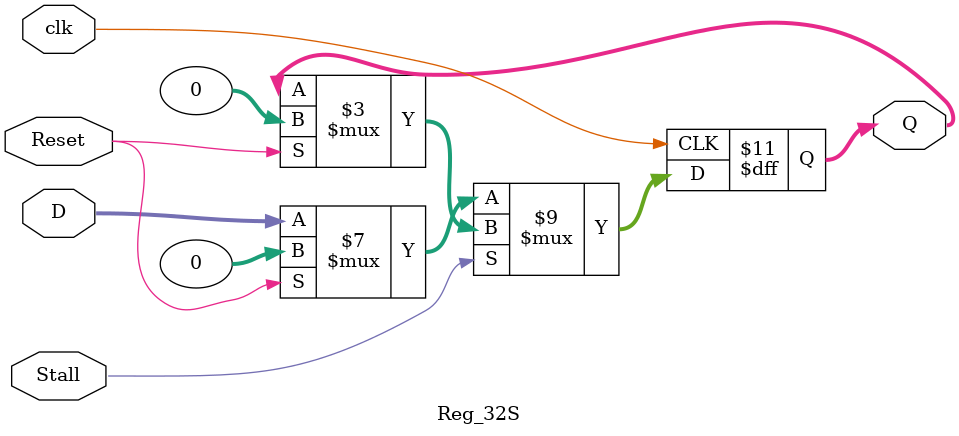
<source format=v>
`timescale 1ns / 1ps
module Reg_32S(
    input [31:0] D,
    input Stall,
    output reg [31:0] Q,
    input clk,
    input Reset
    );
	always @(posedge clk)
      if (Stall=='b0)
		    if (Reset)
			    Q <= 0;
		    else
			    Q <= D;
		else
		    if (Reset)
			    Q <= 0;
endmodule
</source>
